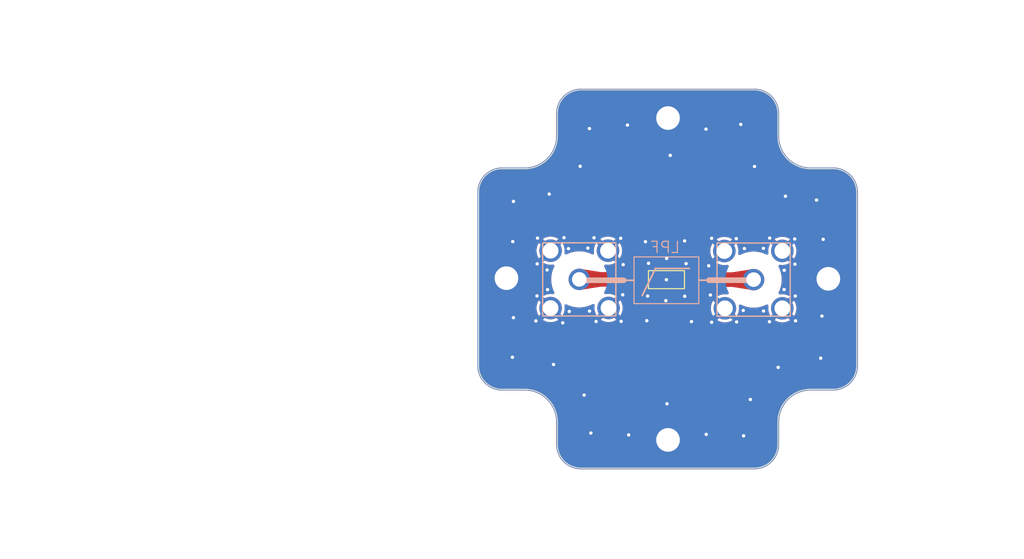
<source format=kicad_pcb>
(kicad_pcb (version 20240108) (generator "pcbnew") (generator_version "8.0")
  (layers (0 "F.Cu" signal) (31 "B.Cu" signal) (34 "B.Paste" user) (35 "F.Paste" user) (36 "B.SilkS" user "B.Silkscreen") (37 "F.SilkS" user "F.Silkscreen") (38 "B.Mask" user) (39 "F.Mask" user) (44 "Edge.Cuts" user))
  (net 0 "")
  (net 1 "GND")
  (net 2 "Net-(U2-IN)")
  (net 3 "Net-(U2-OUT)")
  (footprint "MUSIC_Lab:Outline_2x2_cavity_20231207" (layer "F.Cu") (at 12.870688 49.064793)
    (property "Reference" "outline1" (hide yes))
    (property "Value" "~" (hide yes))
    (fp_poly (pts (xy 46.891038 -10.674764) (xy 46.543034 -10.632516) (xy 46.367755 -10.629871) (xy 44.368755 -10.629871) (xy 44.218742 -10.627323) (xy 43.92177 -10.584627) (xy 43.633897 -10.500101) (xy 43.360983 -10.375467) (xy 43.108585 -10.213261) (xy 42.88184 -10.016786) (xy 42.685365 -9.790041) (xy 42.523159 -9.537643) (xy 42.398525 -9.264729) (xy 42.313999 -8.976856) (xy 42.271303 -8.679884) (xy 42.268755 -8.529871) (xy 42.268755 6.87076) (xy 42.271301 7.020774) (xy 42.313994 7.317747) (xy 42.398518 7.605622) (xy 42.523151 7.878538) (xy 42.685356 8.130937) (xy 42.881832 8.357683) (xy 43.108578 8.554159) (xy 43.360977 8.716364) (xy 43.633893 8.840997) (xy 43.921768 8.925521) (xy 44.218741 8.968214) (xy 44.368755 8.97076) (xy 46.367755 8.97076) (xy 46.543034 8.973406) (xy 46.891037 9.015657) (xy 47.231412 9.099536) (xy 47.559198 9.223822) (xy 47.869618 9.386703) (xy 48.158147 9.585806) (xy 48.42058 9.818227) (xy 48.653092 10.08058) (xy 48.852294 10.369041) (xy 49.015282 10.679404) (xy 49.139681 11.007148) (xy 49.223678 11.347494) (xy 49.266048 11.695482) (xy 49.268755 11.87076) (xy 49.268755 13.87176) (xy 49.271296 14.021748) (xy 49.313996 14.318669) (xy 49.39853 14.606487) (xy 49.523178 14.879339) (xy 49.685399 15.131667) (xy 49.881891 15.358331) (xy 50.108649 15.554713) (xy 50.361054 15.716814) (xy 50.633966 15.841331) (xy 50.921825 15.925727) (xy 51.218766 15.968284) (xy 51.368755 15.970761) (xy 66.768755 15.970761) (xy 66.918743 15.968278) (xy 67.215683 15.92572) (xy 67.50354 15.841323) (xy 67.77645 15.716806) (xy 68.028854 15.554705) (xy 68.255611 15.358324) (xy 68.452101 15.131661) (xy 68.614323 14.879334) (xy 68.73897 14.606484) (xy 68.823505 14.318667) (xy 68.866206 14.021748) (xy 68.868755 13.871761) (xy 68.868755 11.870761) (xy 68.871469 11.695484) (xy 68.913842 11.347498) (xy 68.997842 11.007154) (xy 69.122242 10.679413) (xy 69.285231 10.369051) (xy 69.484433 10.080592) (xy 69.716944 9.81824) (xy 69.979375 9.585819) (xy 70.267902 9.386717) (xy 70.57832 9.223834) (xy 70.906104 9.099546) (xy 71.246476 9.015664) (xy 71.594477 8.97341) (xy 71.769755 8.970761) (xy 73.768755 8.970761) (xy 73.918767 8.968189) (xy 74.215738 8.925496) (xy 74.503611 8.840972) (xy 74.776524 8.716341) (xy 75.028922 8.554138) (xy 75.255666 8.357665) (xy 75.452142 8.130923) (xy 75.614348 7.878527) (xy 75.738983 7.605615) (xy 75.823509 7.317744) (xy 75.866206 7.020773) (xy 75.868755 6.870761) (xy 75.868755 -8.529871) (xy 75.866052 -8.679873) (xy 75.823353 -8.976822) (xy 75.738829 -9.264672) (xy 75.614201 -9.537564) (xy 75.452007 -9.789943) (xy 75.255548 -10.016671) (xy 75.028822 -10.213133) (xy 74.776445 -10.37533) (xy 74.503554 -10.499961) (xy 74.215705 -10.584488) (xy 73.918757 -10.627191) (xy 73.768755 -10.629871) (xy 71.769755 -10.629871) (xy 71.594474 -10.632515) (xy 71.246465 -10.674751) (xy 70.906084 -10.75862) (xy 70.57829 -10.882899) (xy 70.267863 -11.045776) (xy 69.979328 -11.244878) (xy 69.716891 -11.477301) (xy 69.484377 -11.739658) (xy 69.285176 -12.028124) (xy 69.122191 -12.338494) (xy 68.997799 -12.666244) (xy 68.913812 -13.006597) (xy 68.871454 -13.354591) (xy 68.868755 -13.529871) (xy 68.868755 -15.530639) (xy 68.866233 -15.676005) (xy 68.826158 -15.963961) (xy 68.746773 -16.243645) (xy 68.629595 -16.509717) (xy 68.47686 -16.757097) (xy 68.291485 -16.981063) (xy 68.077008 -17.17734) (xy 67.837523 -17.342179) (xy 67.577603 -17.472435) (xy 67.30221 -17.56562) (xy 67.016601 -17.619956) (xy 66.871537 -17.629639) (xy 51.336575 -17.629639) (xy 51.188113 -17.624861) (xy 50.894699 -17.578624) (xy 50.610735 -17.491484) (xy 50.341892 -17.365181) (xy 50.09354 -17.202238) (xy 49.87064 -17.005909) (xy 49.677645 -16.780118) (xy 49.518409 -16.529373) (xy 49.396113 -16.258683) (xy 49.3132 -15.973456) (xy 49.271327 -15.679388) (xy 49.268755 -15.530871) (xy 49.268755 -13.529871) (xy 49.266049 -13.354593) (xy 49.223682 -13.006603) (xy 49.139687 -12.666256) (xy 49.015289 -12.338511) (xy 48.852302 -12.028146) (xy 48.6531 -11.739684) (xy 48.420588 -11.477331) (xy 48.158154 -11.244909) (xy 47.869623 -11.045806) (xy 47.559202 -10.882926) (xy 47.231414 -10.758641)) (stroke (width 0.1)) (fill none) (layer "Edge.Cuts"))
    (pad "1" thru_hole circle (at 44.748739 -0.903309) (size 3 3) (drill 2.1) (layers "*.Cu" "*.Mask") (net 1 "GND"))
    (pad "1" thru_hole custom (at 59.10404 -15.129639) (size 3 3) (drill 2.1) (layers "*.Cu" "*.Mask") (net 1 "GND") (options (clearance outline) (anchor circle)) (primitives (gr_poly (pts (xy 4.254003 -2.479042) (arc (start 4.066542 -0.490303) (mid 3.147978 -0.176162) (end 2.614173 0.634697)) (arc (start 2.614173 0.634697) (mid 0.193562 2.509693) (end -2.227056 0.634697)) (arc (start -2.227056 0.634697) (mid -2.760861 -0.176164) (end -3.679425 -0.490303)) (xy -3.705997 -2.489042)) (width 0.2) (fill yes)) (gr_circle (center 0 0) (end 1 0) (width 0.2) (fill no)) (gr_arc (start 2.420614 0.625) (mid 2.954419 -0.185861) (end 3.872983 -0.5) (width 0.2)) (gr_arc (start 2.420614 0.625) (mid 0 2.499999) (end -2.420614 0.625) (width 0.2)) (gr_arc (start -3.872983 -0.5) (mid -2.954391 -0.185897) (end -2.420613 0.625) (width 0.2)) (gr_rect (start -7.7841 -2.491458) (end 7.82596 -0.489264) (width 0.2) (fill yes)) (gr_poly (pts (arc (start 12.664354 6.5) (mid 9.199698 5.064047) (end 7.764699 1.599)) (arc (start 7.764699 1) (mid 7.325364 -0.060668) (end 6.264699 -0.5)) (arc (start 7.664699 -2.5) (mid 9.149628 -1.884932) (end 9.764699 -0.4)) (arc (start 9.764699 1.599) (mid 10.614034 3.649955) (end 12.664699 4.5)) (arc (start 14.665699 4.5) (mid 16.138856 5.103792) (end 16.764467 6.56782)) (arc (start 14.764467 8) (mid 14.325124 6.93935) (end 13.264468 6.5))) (width 0.2) (fill yes)) (gr_poly (pts (arc (start -7.835301 1.600113) (mid -9.271254 5.064769) (end -12.736301 6.499768)) (arc (start -13.335301 6.499768) (mid -14.395969 6.939103) (end -14.835301 7.999768)) (arc (start -16.835301 6.599768) (mid -16.220233 5.114839) (end -14.735301 4.499768)) (arc (start -12.736301 4.499768) (mid -10.685346 3.650433) (end -9.835301 1.599768)) (arc (start -9.835301 -0.401232) (mid -9.231509 -1.874389) (end -7.767481 -2.5)) (arc (start -6.335301 -0.5) (mid -7.395951 -0.060657) (end -7.835301 0.999999))) (width 0.2) (fill yes)) (gr_line (start -16.835301 6.599768) (end -16.835301 6.599768) (width 0.2)) (gr_rect (start -16.833263 6.46226) (end -14.835301 21.990399) (width 0.2) (fill yes)) (gr_poly (pts (arc (start -12.735188 22.100399) (mid -9.270532 23.536352) (end -7.835533 27.001399)) (arc (start -7.835533 27.600399) (mid -7.396198 28.661067) (end -6.335533 29.100399)) (arc (start -7.735533 31.100399) (mid -9.220462 30.485331) (end -9.835533 29.000399)) (arc (start -9.835533 27.001399) (mid -10.684868 24.950444) (end -12.735533 24.100399)) (arc (start -14.736533 24.100399) (mid -16.20969 23.496607) (end -16.835301 22.032579)) (arc (start -14.835301 20.600399) (mid -14.395958 21.661049) (end -13.335302 22.100399))) (width 0.2) (fill yes)) (gr_poly (pts (xy -16.82404 10.239639) (arc (start -14.835301 10.4271) (mid -14.52116 11.345664) (end -13.710301 11.879469)) (arc (start -13.710301 11.879469) (mid -11.835305 14.30008) (end -13.710301 16.720698)) (arc (start -13.710301 16.720698) (mid -14.521162 17.254503) (end -14.835301 18.173067)) (xy -16.83404 18.199639)) (width 0.2) (fill yes)) (gr_poly (pts (xy -13.335301 14.300084) (xy -13.354516 14.104994) (xy -13.411421 13.917401) (xy -13.503831 13.744514) (xy -13.628194 13.592977) (xy -13.779731 13.468614) (xy -13.952618 13.376204) (xy -14.140211 13.319299) (xy -14.335301 13.300084) (xy -14.530391 13.319299) (xy -14.717984 13.376204) (xy -14.890871 13.468614) (xy -15.042408 13.592977) (xy -15.166771 13.744514) (xy -15.259181 13.917401) (xy -15.316086 14.104994) (xy -15.335301 14.300084) (xy -15.316086 14.495174) (xy -15.259181 14.682767) (xy -15.166771 14.855654) (xy -15.042408 15.007191) (xy -14.890871 15.131554) (xy -14.717984 15.223964) (xy -14.530391 15.280869) (xy -14.335301 15.300084) (xy -14.140211 15.280869) (xy -13.952618 15.223964) (xy -13.779731 15.131554) (xy -13.628194 15.007191) (xy -13.503831 14.855654) (xy -13.411421 14.682767) (xy -13.354516 14.495174) (xy -13.335301 14.300084)) (width 0.2) (fill no)) (gr_arc (start -6.335301 29.1004) (mid -7.395973 28.661072) (end -7.835301 27.6004) (width 0.2)) (gr_line (start -7.835301 27.000055) (end -7.835301 27.6004) (width 0.2)) (gr_arc (start -12.736301 22.100399) (mid -9.271245 23.535393) (end -7.835301 27.000055) (width 0.2)) (gr_line (start -13.335301 22.100399) (end -12.736301 22.100399) (width 0.2)) (gr_arc (start -13.335301 22.100399) (mid -14.395973 21.661071) (end -14.835301 20.600399) (width 0.2)) (gr_arc (start -14.735301 24.100399) (mid -16.220236 23.485334) (end -16.835301 22.000399) (width 0.2)) (gr_line (start -14.735301 24.100399) (end -12.736301 24.100399) (width 0.2)) (gr_arc (start -12.736301 24.100399) (mid -10.685349 24.94974) (end -9.835301 27.000399) (width 0.2)) (gr_line (start -9.835301 27.000399) (end -9.835301 29.001399) (width 0.2)) (gr_arc (start -7.735301 31.1004) (mid -9.220176 30.485982) (end -9.835301 29.001399) (width 0.2)) (gr_rect (start -7.765301 29.100168) (end 7.624699 31.1004) (width 0.2) (fill yes)) (gr_poly (pts (arc (start 7.764699 27.000055) (mid 9.200652 23.535399) (end 12.665699 22.1004)) (arc (start 13.264699 22.1004) (mid 14.325367 21.661065) (end 14.764699 20.6004)) (arc (start 16.764699 22.0004) (mid 16.149631 23.485329) (end 14.664699 24.1004)) (arc (start 12.665699 24.1004) (mid 10.614744 24.949735) (end 9.764699 27.0004)) (arc (start 9.764699 29.0014) (mid 9.160907 30.474557) (end 7.696879 31.100168)) (arc (start 6.264699 29.100168) (mid 7.325349 28.660825) (end 7.764699 27.600169))) (width 0.2) (fill yes)) (gr_poly (pts (xy -4.061183 31.089139) (arc (start -3.873722 29.1004) (mid -2.955158 28.786259) (end -2.421353 27.9754)) (arc (start -2.421353 27.9754) (mid -0.000742 26.100404) (end 2.419876 27.9754)) (arc (start 2.419876 27.9754) (mid 2.953681 28.786261) (end 3.872245 29.1004)) (xy 3.898817 31.099139)) (width 0.2) (fill yes)) (gr_circle (center 0 28.597536) (end 1 28.597536) (width 0.2) (fill no)) (gr_arc (start 16.764699 22.0004) (mid 16.149629 23.48533) (end 14.664699 24.100399) (width 0.2)) (gr_line (start 14.664699 24.1004) (end 12.665699 24.1004) (width 0.2)) (gr_arc (start 9.764699 27.0004) (mid 10.614759 24.949753) (end 12.665699 24.100399) (width 0.2)) (gr_line (start 9.764699 27.0004) (end 9.764699 29.0014) (width 0.2)) (gr_arc (start 9.764699 29.0014) (mid 9.149568 30.485976) (end 7.664699 31.100399) (width 0.2)) (gr_arc (start 3.873722 29.1004) (mid 2.954756 28.785874) (end 2.421077 27.974326) (width 0.2)) (gr_arc (start -2.421076 27.974326) (mid 0 26.097536) (end 2.421076 27.974326) (width 0.2)) (gr_arc (start -2.421076 27.974326) (mid -2.95473 28.785908) (end -3.873722 29.1004) (width 0.2)) (gr_arc (start 7.764699 27.6004) (mid 7.325365 28.661066) (end 6.264699 29.100399) (width 0.2)) (gr_line (start 7.764699 27.000055) (end 7.764699 27.6004) (width 0.2)) (gr_arc (start 7.764699 27.000055) (mid 9.200667 23.535417) (end 12.665699 22.100399) (width 0.2)) (gr_line (start 13.264699 22.1004) (end 12.665699 22.1004) (width 0.2)) (gr_arc (start 14.764699 20.6004) (mid 14.325365 21.661066) (end 13.264699 22.100399) (width 0.2)) (gr_arc (start 14.664699 4.499768) (mid 16.149635 5.114841) (end 16.764732 6.599768) (width 0.2)) (gr_rect (start 14.725272 6.569293) (end 16.764699 22.0004) (width 0.2) (fill yes)) (gr_poly (pts (xy 16.753438 18.360011) (arc (start 14.764699 18.17255) (mid 14.450558 17.253986) (end 13.639699 16.720181)) (arc (start 13.639699 16.720181) (mid 11.764703 14.29957) (end 13.639699 11.878952)) (arc (start 13.639699 11.878952) (mid 14.45056 11.345147) (end 14.764699 10.426583)) (xy 16.763438 10.400011)) (width 0.2) (fill yes)) (gr_circle (center 14.266699 14.300084) (end 15.266699 14.300084) (width 0.2) (fill no)) (gr_arc (start 14.764699 10.427617) (mid 14.450784 11.34586) (end 13.640445 11.879775) (width 0.2)) (gr_arc (start 13.640449 16.720375) (mid 11.766681 14.300081) (end 13.640447 11.879785) (width 0.2)) (gr_arc (start 13.640449 16.720375) (mid 14.450747 17.25433) (end 14.764695 18.17255) (width 0.2)) (gr_arc (start 13.264699 6.499768) (mid 14.325371 6.939106) (end 14.764732 7.999768) (width 0.2)) (gr_line (start 13.264699 6.499768) (end 12.665699 6.499768) (width 0.2)) (gr_arc (start 12.665699 6.499768) (mid 9.200636 5.06478) (end 7.764692 1.600113) (width 0.2)) (gr_line (start 14.664699 4.499768) (end 12.665699 4.499768) (width 0.2)) (gr_arc (start 12.665699 4.499768) (mid 10.614748 3.650436) (end 9.764732 1.599768) (width 0.2)) (gr_line (start 9.764699 1.599768) (end 9.764699 -0.401) (width 0.2)) (gr_arc (start 7.767481 -2.5) (mid 9.185602 -1.849667) (end 9.764706 -0.401) (width 0.2)) (gr_line (start 7.764699 1.600113) (end 7.764699 0.999999) (width 0.2)) (gr_arc (start 6.264699 -0.5) (mid 7.325348 -0.060649) (end 7.7647 0.999999) (width 0.2)) (gr_line (start -7.767481 -2.5) (end -7.767481 -2.5) (width 0.2))))
    (pad "1" thru_hole circle (at 59.10404 13.467897) (size 3 3) (drill 2.1) (layers "*.Cu" "*.Mask") (net 1 "GND"))
    (pad "1" thru_hole circle (at 73.349312 -0.844793) (size 3 3) (drill 2.1) (layers "*.Cu" "*.Mask") (net 1 "GND"))
  )
  (footprint "MUSIC_Lab:Filter_3.2x1.6" (layer "F.Cu") (at 71.835 48.2925)
    (property "Reference" "U2" (hide yes))
    (property "Value" "~" (hide yes))
    (fp_rect (start -1.6 -0.8) (end 1.6 0.8) (stroke (width 0.1)) (fill none) (layer "F.SilkS"))
    (pad "1" smd rect (at -1.625 0) (size 1.04 1.8) (layers "F.Cu" "F.Paste" "F.Mask") (net 2 "Net-(U2-IN)"))
    (pad "2" smd rect (at 0 0) (size 0.61 3.1) (layers "F.Cu" "F.Paste" "F.Mask") (net 1 "GND"))
    (pad "3" smd rect (at 1.625 0) (size 1.04 1.8) (layers "F.Cu" "F.Paste" "F.Mask") (net 3 "Net-(U2-OUT)"))
  )
  (footprint "MUSIC_Lab:SMA_KHD_Back" (layer "B.Cu") (at 79.58 48.29)
    (property "Reference" "SMA2" (hide yes))
    (property "Value" "~" (hide yes))
    (fp_rect (start 3.25 -3.25) (end -3.25 3.25) (stroke (width 0.12)) (fill none) (layer "B.SilkS"))
    (pad "1" thru_hole circle (at 0 0) (size 1.9 1.9) (drill 1.3) (layers "*.Cu" "*.Mask") (net 3 "Net-(U2-OUT)"))
    (pad "2" thru_hole circle (at -2.6 -2.54) (size 2 2) (drill 1.4) (layers "*.Cu" "*.Mask") (net 1 "GND") (thermal_bridge_width 0.5) (thermal_gap 0.25))
    (pad "2" thru_hole circle (at -2.55 2.55) (size 2 2) (drill 1.4) (layers "*.Cu" "*.Mask") (net 1 "GND") (thermal_bridge_width 0.5) (thermal_gap 0.25))
    (pad "2" thru_hole circle (at 2.55 -2.55) (size 2 2) (drill 1.4) (layers "*.Cu" "*.Mask") (net 1 "GND") (thermal_bridge_width 0.5) (thermal_gap 0.25))
    (pad "2" thru_hole circle (at 2.55 2.55) (size 2 2) (drill 1.4) (layers "*.Cu" "*.Mask") (net 1 "GND") (thermal_bridge_width 0.5) (thermal_gap 0.25))
    (zone (net 0) (net_name "") (layers "*.Cu") (connect_pads (clearance 0)) (min_thickness 0.25)
      (keepout (tracks allowed) (vias not_allowed) (pads allowed) (copperpour not_allowed) (footprints allowed))
      (fill (thermal_gap 0.5) (thermal_bridge_width 0.5))
      (polygon (pts (xy 82.08 48.29) (xy 82.060287 48.603333) (xy 82.001458 48.911725) (xy 81.904441 49.210311) (xy 81.770767 49.494384) (xy 81.602542 49.759463) (xy 81.402422 50.001368) (xy 81.17356 50.216283) (xy 80.919567 50.40082) (xy 80.644448 50.552068) (xy 80.352542 50.667641) (xy 80.048453 50.745718) (xy 79.736976 50.785067) (xy 79.423024 50.785067) (xy 79.111547 50.745718) (xy 78.807458 50.667641) (xy 78.515552 50.552068) (xy 78.240433 50.40082) (xy 77.98644 50.216283) (xy 77.757578 50.001368) (xy 77.557458 49.759463) (xy 77.389233 49.494384) (xy 77.255559 49.210311) (xy 77.158542 48.911725) (xy 77.099713 48.603333) (xy 77.08 48.29) (xy 77.099713 47.976667) (xy 77.158542 47.668275) (xy 77.255559 47.369689) (xy 77.389233 47.085616) (xy 77.557458 46.820537) (xy 77.757578 46.578632) (xy 77.98644 46.363717) (xy 78.240433 46.17918) (xy 78.515552 46.027932) (xy 78.807458 45.912359) (xy 79.111547 45.834282) (xy 79.423024 45.794933) (xy 79.736976 45.794933) (xy 80.048453 45.834282) (xy 80.352542 45.912359) (xy 80.644448 46.027932) (xy 80.919567 46.17918) (xy 81.17356 46.363717) (xy 81.402422 46.578632) (xy 81.602542 46.820537) (xy 81.770767 47.085616) (xy 81.904441 47.369689) (xy 82.001458 47.668275) (xy 82.060287 47.976667)))
    )
  )
  (footprint "MUSIC_Lab:SMA_KHD_Back" (layer "B.Cu") (at 64.09 48.27 180)
    (property "Reference" "SMA1" (hide yes))
    (property "Value" "~" (hide yes))
    (fp_rect (start 3.25 -3.25) (end -3.25 3.25) (stroke (width 0.12)) (fill none) (layer "B.SilkS"))
    (pad "1" thru_hole circle (at 0 0 180) (size 1.9 1.9) (drill 1.3) (layers "*.Cu" "*.Mask") (net 2 "Net-(U2-IN)"))
    (pad "2" thru_hole circle (at -2.6 -2.54 180) (size 2 2) (drill 1.4) (layers "*.Cu" "*.Mask") (net 1 "GND") (thermal_bridge_width 0.5) (thermal_gap 0.25))
    (pad "2" thru_hole circle (at -2.55 2.55 180) (size 2 2) (drill 1.4) (layers "*.Cu" "*.Mask") (net 1 "GND") (thermal_bridge_width 0.5) (thermal_gap 0.25))
    (pad "2" thru_hole circle (at 2.55 -2.55 180) (size 2 2) (drill 1.4) (layers "*.Cu" "*.Mask") (net 1 "GND") (thermal_bridge_width 0.5) (thermal_gap 0.25))
    (pad "2" thru_hole circle (at 2.55 2.55 180) (size 2 2) (drill 1.4) (layers "*.Cu" "*.Mask") (net 1 "GND") (thermal_bridge_width 0.5) (thermal_gap 0.25))
    (zone (net 0) (net_name "") (layers "*.Cu") (connect_pads (clearance 0)) (min_thickness 0.25)
      (keepout (tracks allowed) (vias not_allowed) (pads allowed) (copperpour not_allowed) (footprints allowed))
      (fill (thermal_gap 0.5) (thermal_bridge_width 0.5))
      (polygon (pts (xy 61.59 48.27) (xy 61.609713 47.956667) (xy 61.668542 47.648275) (xy 61.765559 47.349689) (xy 61.899233 47.065616) (xy 62.067458 46.800537) (xy 62.267578 46.558632) (xy 62.49644 46.343717) (xy 62.750433 46.15918) (xy 63.025552 46.007932) (xy 63.317458 45.892359) (xy 63.621547 45.814282) (xy 63.933024 45.774933) (xy 64.246976 45.774933) (xy 64.558453 45.814282) (xy 64.862542 45.892359) (xy 65.154448 46.007932) (xy 65.429567 46.15918) (xy 65.68356 46.343717) (xy 65.912422 46.558632) (xy 66.112542 46.800537) (xy 66.280767 47.065616) (xy 66.414441 47.349689) (xy 66.511458 47.648275) (xy 66.570287 47.956667) (xy 66.59 48.27) (xy 66.570287 48.583333) (xy 66.511458 48.891725) (xy 66.414441 49.190311) (xy 66.280767 49.474384) (xy 66.112542 49.739463) (xy 65.912422 49.981368) (xy 65.68356 50.196283) (xy 65.429567 50.38082) (xy 65.154448 50.532068) (xy 64.862542 50.647641) (xy 64.558453 50.725718) (xy 64.246976 50.765067) (xy 63.933024 50.765067) (xy 63.621547 50.725718) (xy 63.317458 50.647641) (xy 63.025552 50.532068) (xy 62.750433 50.38082) (xy 62.49644 50.196283) (xy 62.267578 49.981368) (xy 62.067458 49.739463) (xy 61.899233 49.474384) (xy 61.765559 49.190311) (xy 61.668542 48.891725) (xy 61.609713 48.583333)))
    )
  )
  (gr_line (start 68.95 48.35) (end 68.03 48.35) (stroke (width 0.15)) (layer "B.SilkS"))
  (gr_line (start 68.03 48.35) (end 64.015 48.35) (stroke (width 0.5)) (layer "B.SilkS"))
  (gr_line (start 73.87 47.3) (end 70.86 47.3) (stroke (width 0.15)) (layer "B.SilkS"))
  (gr_line (start 75.62 48.34) (end 74.74 48.34) (stroke (width 0.15)) (layer "B.SilkS"))
  (gr_line (start 79.425 48.34) (end 75.62 48.34) (stroke (width 0.5)) (layer "B.SilkS"))
  (gr_rect (start 68.95 46.275) (end 74.71 50.425) (stroke (width 0.1)) (fill none) (layer "B.SilkS"))
  (gr_line (start 69.68 49.71) (end 70.86 47.3) (stroke (width 0.15)) (layer "B.SilkS"))
  (gr_text "LPF" (at 73.11 46.01 0) (layer "B.SilkS") (effects (font (size 1 1) (thickness 0.1)) (justify left bottom mirror)))
  (via (at 78.76 45.53) (size 0.5) (drill 0.3) (layers "F.Cu" "B.Cu") (net 1))
  (via (at 64.85 45.49) (size 0.5) (drill 0.3) (layers "F.Cu" "B.Cu") (net 1))
  (via (at 78.04 44.65) (size 0.5) (drill 0.3) (layers "F.Cu" "B.Cu") (net 1))
  (via (at 81.01 44.6) (size 0.5) (drill 0.3) (layers "F.Cu" "B.Cu") (net 1))
  (via (at 61.27 49.18) (size 0.5) (drill 0.3) (layers "F.Cu" "B.Cu") (net 1))
  (via (at 80.45 45.51) (size 0.5) (drill 0.3) (layers "F.Cu" "B.Cu") (net 1))
  (via (at 70.09 51.94) (size 0.5) (drill 0.3) (layers "F.Cu" "B.Cu") (net 1))
  (via (at 79.29 58.94) (size 0.5) (drill 0.3) (layers "F.Cu" "B.Cu") (net 1))
  (via (at 85.54 55.27) (size 0.5) (drill 0.3) (layers "F.Cu" "B.Cu") (net 1))
  (via (at 78.66 51.03) (size 0.5) (drill 0.3) (layers "F.Cu" "B.Cu") (net 1))
  (via (at 85.17 41.22) (size 0.5) (drill 0.3) (layers "F.Cu" "B.Cu") (net 1))
  (via (at 60.35 46.89) (size 0.5) (drill 0.3) (layers "F.Cu" "B.Cu") (net 1))
  (via (at 83.25 46.92) (size 0.5) (drill 0.3) (layers "F.Cu" "B.Cu") (net 1))
  (via (at 63.13 45.54) (size 0.5) (drill 0.3) (layers "F.Cu" "B.Cu") (net 1))
  (via (at 83.23 44.68) (size 0.5) (drill 0.3) (layers "F.Cu" "B.Cu") (net 1))
  (via (at 65.12 61.92) (size 0.5) (drill 0.3) (layers "F.Cu" "B.Cu") (net 1))
  (via (at 61.8 55.83) (size 0.5) (drill 0.3) (layers "F.Cu" "B.Cu") (net 1))
  (via (at 80.99 52.03) (size 0.5) (drill 0.3) (layers "F.Cu" "B.Cu") (net 1))
  (via (at 81.76 56.09) (size 0.5) (drill 0.3) (layers "F.Cu" "B.Cu") (net 1))
  (via (at 60.33 49.74) (size 0.5) (drill 0.3) (layers "F.Cu" "B.Cu") (net 1))
  (via (at 85.65 51.53) (size 0.5) (drill 0.3) (layers "F.Cu" "B.Cu") (net 1))
  (via (at 71.88 59.32) (size 0.5) (drill 0.3) (layers "F.Cu" "B.Cu") (net 1))
  (via (at 72.17 37.25) (size 0.5) (drill 0.3) (layers "F.Cu" "B.Cu") (net 1))
  (via (at 78.44 34.5) (size 0.5) (drill 0.3) (layers "F.Cu" "B.Cu") (net 1))
  (via (at 58.24 41.34) (size 0.5) (drill 0.3) (layers "F.Cu" "B.Cu") (net 1))
  (via (at 70.16 49.75) (size 0.5) (drill 0.3) (layers "F.Cu" "B.Cu") (net 1))
  (via (at 82.29 49.17) (size 0.5) (drill 0.3) (layers "F.Cu" "B.Cu") (net 1))
  (via (at 63.2 51.12) (size 0.5) (drill 0.3) (layers "F.Cu" "B.Cu") (net 1))
  (via (at 78.07 52.05) (size 0.5) (drill 0.3) (layers "F.Cu" "B.Cu") (net 1))
  (via (at 82.41 40.88) (size 0.5) (drill 0.3) (layers "F.Cu" "B.Cu") (net 1))
  (via (at 68.48 62.09) (size 0.5) (drill 0.3) (layers "F.Cu" "B.Cu") (net 1))
  (via (at 65 51.09) (size 0.5) (drill 0.3) (layers "F.Cu" "B.Cu") (net 1))
  (via (at 75.35 34.92) (size 0.5) (drill 0.3) (layers "F.Cu" "B.Cu") (net 1))
  (via (at 58.18 44.91) (size 0.5) (drill 0.3) (layers "F.Cu" "B.Cu") (net 1))
  (via (at 60.38 44.6) (size 0.5) (drill 0.3) (layers "F.Cu" "B.Cu") (net 1))
  (via (at 67.95 49.64) (size 0.5) (drill 0.3) (layers "F.Cu" "B.Cu") (net 1))
  (via (at 70.24 46.84) (size 0.5) (drill 0.3) (layers "F.Cu" "B.Cu") (net 1))
  (via (at 78.69 62.17) (size 0.5) (drill 0.3) (layers "F.Cu" "B.Cu") (net 1))
  (via (at 67.81 52) (size 0.5) (drill 0.3) (layers "F.Cu" "B.Cu") (net 1))
  (via (at 62.73 44.56) (size 0.5) (drill 0.3) (layers "F.Cu" "B.Cu") (net 1))
  (via (at 61.23 47.43) (size 0.5) (drill 0.3) (layers "F.Cu" "B.Cu") (net 1))
  (via (at 73.58 46.87) (size 0.5) (drill 0.3) (layers "F.Cu" "B.Cu") (net 1))
  (via (at 65.4 44.57) (size 0.5) (drill 0.3) (layers "F.Cu" "B.Cu") (net 1))
  (via (at 68.37 34.56) (size 0.5) (drill 0.3) (layers "F.Cu" "B.Cu") (net 1))
  (via (at 75.85 44.62) (size 0.5) (drill 0.3) (layers "F.Cu" "B.Cu") (net 1))
  (via (at 60.24 51.96) (size 0.5) (drill 0.3) (layers "F.Cu" "B.Cu") (net 1))
  (via (at 61.42 40.69) (size 0.5) (drill 0.3) (layers "F.Cu" "B.Cu") (net 1))
  (via (at 67.77 44.62) (size 0.5) (drill 0.3) (layers "F.Cu" "B.Cu") (net 1))
  (via (at 82.3 47.46) (size 0.5) (drill 0.3) (layers "F.Cu" "B.Cu") (net 1))
  (via (at 75.74 49.66) (size 0.5) (drill 0.3) (layers "F.Cu" "B.Cu") (net 1))
  (via (at 83.28 49.75) (size 0.5) (drill 0.3) (layers "F.Cu" "B.Cu") (net 1))
  (via (at 75.59 47.06) (size 0.5) (drill 0.3) (layers "F.Cu" "B.Cu") (net 1))
  (via (at 58.15 55.19) (size 0.5) (drill 0.3) (layers "F.Cu" "B.Cu") (net 1))
  (via (at 65.58 52.01) (size 0.5) (drill 0.3) (layers "F.Cu" "B.Cu") (net 1))
  (via (at 85.76 44.71) (size 0.5) (drill 0.3) (layers "F.Cu" "B.Cu") (net 1))
  (via (at 75.85 52.08) (size 0.5) (drill 0.3) (layers "F.Cu" "B.Cu") (net 1))
  (via (at 71.85 46.41) (size 0.5) (drill 0.3) (layers "F.Cu" "B.Cu") (net 1))
  (via (at 74.06 52.02) (size 0.5) (drill 0.3) (layers "F.Cu" "B.Cu") (net 1))
  (via (at 79.66 38.24) (size 0.5) (drill 0.3) (layers "F.Cu" "B.Cu") (net 1))
  (via (at 69.97 44.92) (size 0.5) (drill 0.3) (layers "F.Cu" "B.Cu") (net 1))
  (via (at 62.62 52.13) (size 0.5) (drill 0.3) (layers "F.Cu" "B.Cu") (net 1))
  (via (at 71.78 50.16) (size 0.5) (drill 0.3) (layers "F.Cu" "B.Cu") (net 1))
  (via (at 80.46 51.08) (size 0.5) (drill 0.3) (layers "F.Cu" "B.Cu") (net 1))
  (via (at 64.17 38.22) (size 0.5) (drill 0.3) (layers "F.Cu" "B.Cu") (net 1))
  (via (at 58.24 51.67) (size 0.5) (drill 0.3) (layers "F.Cu" "B.Cu") (net 1))
  (via (at 73.46 49.77) (size 0.5) (drill 0.3) (layers "F.Cu" "B.Cu") (net 1))
  (via (at 71.83 48.3) (size 0.5) (drill 0.3) (layers "F.Cu" "B.Cu") (net 1))
  (via (at 64.52 58.55) (size 0.5) (drill 0.3) (layers "F.Cu" "B.Cu") (net 1))
  (via (at 83.31 51.95) (size 0.5) (drill 0.3) (layers "F.Cu" "B.Cu") (net 1))
  (via (at 73.45 44.85) (size 0.5) (drill 0.3) (layers "F.Cu" "B.Cu") (net 1))
  (via (at 64.99 34.87) (size 0.5) (drill 0.3) (layers "F.Cu" "B.Cu") (net 1))
  (via (at 67.99 46.96) (size 0.5) (drill 0.3) (layers "F.Cu" "B.Cu") (net 1))
  (via (at 75.37 62.04) (size 0.5) (drill 0.3) (layers "F.Cu" "B.Cu") (net 1))
  (segment (start 70.1875 48.27) (end 70.21 48.2925) (width 1.3) (layer "F.Cu") (net 2))
  (segment (start 64.09 48.27) (end 70.1875 48.27) (width 1.3) (layer "F.Cu") (net 2))
  (segment (start 73.4625 48.29) (end 73.46 48.2925) (width 1.3) (layer "F.Cu") (net 3))
  (segment (start 79.58 48.29) (end 73.4625 48.29) (width 1.3) (layer "F.Cu") (net 3))
  (zone (net 1) (net_name "GND") (layers "F&B.Cu") (connect_pads yes (clearance 0.15)) (min_thickness 0.25) (fill yes (thermal_gap 0.5) (thermal_bridge_width 0.5))
    (polygon (pts (xy 42.901375 23.501245) (xy 103.607926 23.446198) (xy 102.313971 73.153971) (xy 41.436053 72.323947)))
  )
)
</source>
